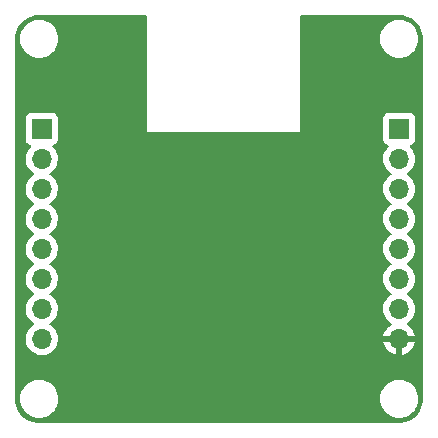
<source format=gbr>
%TF.GenerationSoftware,KiCad,Pcbnew,(6.0.7-1)-1*%
%TF.CreationDate,2023-02-09T22:12:40-08:00*%
%TF.ProjectId,MiniProject,4d696e69-5072-46f6-9a65-63742e6b6963,rev?*%
%TF.SameCoordinates,Original*%
%TF.FileFunction,Copper,L2,Bot*%
%TF.FilePolarity,Positive*%
%FSLAX46Y46*%
G04 Gerber Fmt 4.6, Leading zero omitted, Abs format (unit mm)*
G04 Created by KiCad (PCBNEW (6.0.7-1)-1) date 2023-02-09 22:12:40*
%MOMM*%
%LPD*%
G01*
G04 APERTURE LIST*
%TA.AperFunction,ComponentPad*%
%ADD10R,1.700000X1.700000*%
%TD*%
%TA.AperFunction,ComponentPad*%
%ADD11O,1.700000X1.700000*%
%TD*%
%TA.AperFunction,ViaPad*%
%ADD12C,0.800000*%
%TD*%
G04 APERTURE END LIST*
D10*
%TO.P,J1,1,Pin_1*%
%TO.N,/IRQ*%
X175260000Y-99060000D03*
D11*
%TO.P,J1,2,Pin_2*%
%TO.N,/SPICLK_Arduino*%
X175260000Y-101600000D03*
%TO.P,J1,3,Pin_3*%
%TO.N,/SPIMISO_Arduino*%
X175260000Y-104140000D03*
%TO.P,J1,4,Pin_4*%
%TO.N,/SPIMOSI_Arduino*%
X175260000Y-106680000D03*
%TO.P,J1,5,Pin_5*%
%TO.N,/SPICSn_Arduino*%
X175260000Y-109220000D03*
%TO.P,J1,6,Pin_6*%
%TO.N,/GPIO0*%
X175260000Y-111760000D03*
%TO.P,J1,7,Pin_7*%
%TO.N,/GPIO1*%
X175260000Y-114300000D03*
%TO.P,J1,8,Pin_8*%
%TO.N,GND*%
X175260000Y-116840000D03*
%TD*%
D10*
%TO.P,J0,1,Pin_1*%
%TO.N,/EXTON*%
X145000000Y-99060000D03*
D11*
%TO.P,J0,2,Pin_2*%
%TO.N,/WAKEUP*%
X145000000Y-101600000D03*
%TO.P,J0,3,Pin_3*%
%TO.N,/RST*%
X145000000Y-104140000D03*
%TO.P,J0,4,Pin_4*%
%TO.N,/SYNC*%
X145000000Y-106680000D03*
%TO.P,J0,5,Pin_5*%
%TO.N,+3.3V*%
X145000000Y-109220000D03*
%TO.P,J0,6,Pin_6*%
%TO.N,/SPIPHA*%
X145000000Y-111760000D03*
%TO.P,J0,7,Pin_7*%
%TO.N,/SPIPOL*%
X145000000Y-114300000D03*
%TO.P,J0,8,Pin_8*%
%TO.N,/GPIO4*%
X145000000Y-116840000D03*
%TD*%
D12*
%TO.N,GND*%
X164592000Y-104140000D03*
X157988000Y-120396000D03*
X167640000Y-112014000D03*
X164592000Y-99949000D03*
X162687000Y-120396000D03*
X149860000Y-111252000D03*
%TD*%
%TA.AperFunction,Conductor*%
%TO.N,GND*%
G36*
X153837121Y-89428502D02*
G01*
X153883614Y-89482158D01*
X153895000Y-89534500D01*
X153895000Y-99295000D01*
X166895000Y-99295000D01*
X166895000Y-91440000D01*
X173646526Y-91440000D01*
X173666391Y-91692403D01*
X173725495Y-91938591D01*
X173822384Y-92172502D01*
X173954672Y-92388376D01*
X174119102Y-92580898D01*
X174311624Y-92745328D01*
X174527498Y-92877616D01*
X174532068Y-92879509D01*
X174532072Y-92879511D01*
X174756836Y-92972611D01*
X174761409Y-92974505D01*
X174846032Y-92994821D01*
X175002784Y-93032454D01*
X175002790Y-93032455D01*
X175007597Y-93033609D01*
X175107416Y-93041465D01*
X175194345Y-93048307D01*
X175194352Y-93048307D01*
X175196801Y-93048500D01*
X175323199Y-93048500D01*
X175325648Y-93048307D01*
X175325655Y-93048307D01*
X175412584Y-93041465D01*
X175512403Y-93033609D01*
X175517210Y-93032455D01*
X175517216Y-93032454D01*
X175673968Y-92994821D01*
X175758591Y-92974505D01*
X175763164Y-92972611D01*
X175987928Y-92879511D01*
X175987932Y-92879509D01*
X175992502Y-92877616D01*
X176208376Y-92745328D01*
X176400898Y-92580898D01*
X176565328Y-92388376D01*
X176697616Y-92172502D01*
X176794505Y-91938591D01*
X176853609Y-91692403D01*
X176873474Y-91440000D01*
X176853609Y-91187597D01*
X176850546Y-91174836D01*
X176795660Y-90946221D01*
X176794505Y-90941409D01*
X176786593Y-90922307D01*
X176699511Y-90712072D01*
X176699509Y-90712068D01*
X176697616Y-90707498D01*
X176565328Y-90491624D01*
X176400898Y-90299102D01*
X176208376Y-90134672D01*
X175992502Y-90002384D01*
X175987932Y-90000491D01*
X175987928Y-90000489D01*
X175763164Y-89907389D01*
X175763162Y-89907388D01*
X175758591Y-89905495D01*
X175673968Y-89885179D01*
X175517216Y-89847546D01*
X175517210Y-89847545D01*
X175512403Y-89846391D01*
X175412584Y-89838535D01*
X175325655Y-89831693D01*
X175325648Y-89831693D01*
X175323199Y-89831500D01*
X175196801Y-89831500D01*
X175194352Y-89831693D01*
X175194345Y-89831693D01*
X175107416Y-89838535D01*
X175007597Y-89846391D01*
X175002790Y-89847545D01*
X175002784Y-89847546D01*
X174846032Y-89885179D01*
X174761409Y-89905495D01*
X174756838Y-89907388D01*
X174756836Y-89907389D01*
X174532072Y-90000489D01*
X174532068Y-90000491D01*
X174527498Y-90002384D01*
X174311624Y-90134672D01*
X174119102Y-90299102D01*
X173954672Y-90491624D01*
X173822384Y-90707498D01*
X173820491Y-90712068D01*
X173820489Y-90712072D01*
X173733407Y-90922307D01*
X173725495Y-90941409D01*
X173724340Y-90946221D01*
X173669455Y-91174836D01*
X173666391Y-91187597D01*
X173646526Y-91440000D01*
X166895000Y-91440000D01*
X166895000Y-89534500D01*
X166915002Y-89466379D01*
X166968658Y-89419886D01*
X167021000Y-89408500D01*
X175210633Y-89408500D01*
X175230018Y-89410000D01*
X175244851Y-89412310D01*
X175244855Y-89412310D01*
X175253724Y-89413691D01*
X175262626Y-89412527D01*
X175262629Y-89412527D01*
X175270012Y-89411561D01*
X175294591Y-89410767D01*
X175321442Y-89412527D01*
X175516922Y-89425340D01*
X175533262Y-89427491D01*
X175655478Y-89451801D01*
X175777696Y-89476112D01*
X175793606Y-89480375D01*
X176029600Y-89560484D01*
X176044826Y-89566791D01*
X176268342Y-89677016D01*
X176282616Y-89685257D01*
X176489829Y-89823713D01*
X176502905Y-89833746D01*
X176690278Y-89998068D01*
X176701932Y-90009722D01*
X176866254Y-90197095D01*
X176876287Y-90210171D01*
X177014743Y-90417384D01*
X177022984Y-90431658D01*
X177133209Y-90655174D01*
X177139515Y-90670398D01*
X177219625Y-90906394D01*
X177223888Y-90922304D01*
X177228646Y-90946221D01*
X177272509Y-91166738D01*
X177274660Y-91183078D01*
X177288763Y-91398236D01*
X177287733Y-91421350D01*
X177287690Y-91424854D01*
X177286309Y-91433724D01*
X177287473Y-91442626D01*
X177287473Y-91442628D01*
X177290436Y-91465283D01*
X177291500Y-91481621D01*
X177291500Y-121870633D01*
X177290000Y-121890018D01*
X177287690Y-121904851D01*
X177287690Y-121904855D01*
X177286309Y-121913724D01*
X177287473Y-121922626D01*
X177287473Y-121922629D01*
X177288439Y-121930012D01*
X177289233Y-121954591D01*
X177274660Y-122176922D01*
X177272509Y-122193262D01*
X177227689Y-122418591D01*
X177223889Y-122437693D01*
X177219625Y-122453606D01*
X177139516Y-122689600D01*
X177133209Y-122704826D01*
X177022984Y-122928342D01*
X177014743Y-122942616D01*
X176876287Y-123149829D01*
X176866254Y-123162905D01*
X176701932Y-123350278D01*
X176690278Y-123361932D01*
X176502905Y-123526254D01*
X176489829Y-123536287D01*
X176282616Y-123674743D01*
X176268342Y-123682984D01*
X176044826Y-123793209D01*
X176029602Y-123799515D01*
X175793606Y-123879625D01*
X175777696Y-123883888D01*
X175655477Y-123908199D01*
X175533262Y-123932509D01*
X175516922Y-123934660D01*
X175368134Y-123944413D01*
X175301763Y-123948763D01*
X175278650Y-123947733D01*
X175275146Y-123947690D01*
X175266276Y-123946309D01*
X175257374Y-123947473D01*
X175257372Y-123947473D01*
X175243915Y-123949233D01*
X175234714Y-123950436D01*
X175218379Y-123951500D01*
X144829367Y-123951500D01*
X144809982Y-123950000D01*
X144795149Y-123947690D01*
X144795145Y-123947690D01*
X144786276Y-123946309D01*
X144777374Y-123947473D01*
X144777371Y-123947473D01*
X144769988Y-123948439D01*
X144745409Y-123949233D01*
X144700799Y-123946309D01*
X144523078Y-123934660D01*
X144506738Y-123932509D01*
X144384523Y-123908199D01*
X144262304Y-123883888D01*
X144246394Y-123879625D01*
X144010398Y-123799515D01*
X143995174Y-123793209D01*
X143771658Y-123682984D01*
X143757384Y-123674743D01*
X143550171Y-123536287D01*
X143537095Y-123526254D01*
X143349722Y-123361932D01*
X143338068Y-123350278D01*
X143173746Y-123162905D01*
X143163713Y-123149829D01*
X143025257Y-122942616D01*
X143017016Y-122928342D01*
X142906791Y-122704826D01*
X142900484Y-122689600D01*
X142820375Y-122453606D01*
X142816111Y-122437693D01*
X142812312Y-122418591D01*
X142767491Y-122193262D01*
X142765340Y-122176922D01*
X142751476Y-121965407D01*
X142752650Y-121942232D01*
X142752334Y-121942204D01*
X142752770Y-121937344D01*
X142753576Y-121932552D01*
X142753729Y-121920000D01*
X143166526Y-121920000D01*
X143186391Y-122172403D01*
X143187545Y-122177210D01*
X143187546Y-122177216D01*
X143202401Y-122239092D01*
X143245495Y-122418591D01*
X143247388Y-122423162D01*
X143247389Y-122423164D01*
X143301869Y-122554689D01*
X143342384Y-122652502D01*
X143474672Y-122868376D01*
X143639102Y-123060898D01*
X143831624Y-123225328D01*
X144047498Y-123357616D01*
X144052068Y-123359509D01*
X144052072Y-123359511D01*
X144276836Y-123452611D01*
X144281409Y-123454505D01*
X144366032Y-123474821D01*
X144522784Y-123512454D01*
X144522790Y-123512455D01*
X144527597Y-123513609D01*
X144627416Y-123521465D01*
X144714345Y-123528307D01*
X144714352Y-123528307D01*
X144716801Y-123528500D01*
X144843199Y-123528500D01*
X144845648Y-123528307D01*
X144845655Y-123528307D01*
X144932584Y-123521465D01*
X145032403Y-123513609D01*
X145037210Y-123512455D01*
X145037216Y-123512454D01*
X145193968Y-123474821D01*
X145278591Y-123454505D01*
X145283164Y-123452611D01*
X145507928Y-123359511D01*
X145507932Y-123359509D01*
X145512502Y-123357616D01*
X145728376Y-123225328D01*
X145920898Y-123060898D01*
X146085328Y-122868376D01*
X146217616Y-122652502D01*
X146258132Y-122554689D01*
X146312611Y-122423164D01*
X146312612Y-122423162D01*
X146314505Y-122418591D01*
X146357599Y-122239092D01*
X146372454Y-122177216D01*
X146372455Y-122177210D01*
X146373609Y-122172403D01*
X146393474Y-121920000D01*
X173646526Y-121920000D01*
X173666391Y-122172403D01*
X173667545Y-122177210D01*
X173667546Y-122177216D01*
X173682401Y-122239092D01*
X173725495Y-122418591D01*
X173727388Y-122423162D01*
X173727389Y-122423164D01*
X173781869Y-122554689D01*
X173822384Y-122652502D01*
X173954672Y-122868376D01*
X174119102Y-123060898D01*
X174311624Y-123225328D01*
X174527498Y-123357616D01*
X174532068Y-123359509D01*
X174532072Y-123359511D01*
X174756836Y-123452611D01*
X174761409Y-123454505D01*
X174846032Y-123474821D01*
X175002784Y-123512454D01*
X175002790Y-123512455D01*
X175007597Y-123513609D01*
X175107416Y-123521465D01*
X175194345Y-123528307D01*
X175194352Y-123528307D01*
X175196801Y-123528500D01*
X175323199Y-123528500D01*
X175325648Y-123528307D01*
X175325655Y-123528307D01*
X175412584Y-123521465D01*
X175512403Y-123513609D01*
X175517210Y-123512455D01*
X175517216Y-123512454D01*
X175673968Y-123474821D01*
X175758591Y-123454505D01*
X175763164Y-123452611D01*
X175987928Y-123359511D01*
X175987932Y-123359509D01*
X175992502Y-123357616D01*
X176208376Y-123225328D01*
X176400898Y-123060898D01*
X176565328Y-122868376D01*
X176697616Y-122652502D01*
X176738132Y-122554689D01*
X176792611Y-122423164D01*
X176792612Y-122423162D01*
X176794505Y-122418591D01*
X176837599Y-122239092D01*
X176852454Y-122177216D01*
X176852455Y-122177210D01*
X176853609Y-122172403D01*
X176873474Y-121920000D01*
X176853609Y-121667597D01*
X176794505Y-121421409D01*
X176697616Y-121187498D01*
X176565328Y-120971624D01*
X176400898Y-120779102D01*
X176208376Y-120614672D01*
X175992502Y-120482384D01*
X175987932Y-120480491D01*
X175987928Y-120480489D01*
X175763164Y-120387389D01*
X175763162Y-120387388D01*
X175758591Y-120385495D01*
X175673968Y-120365179D01*
X175517216Y-120327546D01*
X175517210Y-120327545D01*
X175512403Y-120326391D01*
X175412584Y-120318535D01*
X175325655Y-120311693D01*
X175325648Y-120311693D01*
X175323199Y-120311500D01*
X175196801Y-120311500D01*
X175194352Y-120311693D01*
X175194345Y-120311693D01*
X175107416Y-120318535D01*
X175007597Y-120326391D01*
X175002790Y-120327545D01*
X175002784Y-120327546D01*
X174846032Y-120365179D01*
X174761409Y-120385495D01*
X174756838Y-120387388D01*
X174756836Y-120387389D01*
X174532072Y-120480489D01*
X174532068Y-120480491D01*
X174527498Y-120482384D01*
X174311624Y-120614672D01*
X174119102Y-120779102D01*
X173954672Y-120971624D01*
X173822384Y-121187498D01*
X173725495Y-121421409D01*
X173666391Y-121667597D01*
X173646526Y-121920000D01*
X146393474Y-121920000D01*
X146373609Y-121667597D01*
X146314505Y-121421409D01*
X146217616Y-121187498D01*
X146085328Y-120971624D01*
X145920898Y-120779102D01*
X145728376Y-120614672D01*
X145512502Y-120482384D01*
X145507932Y-120480491D01*
X145507928Y-120480489D01*
X145283164Y-120387389D01*
X145283162Y-120387388D01*
X145278591Y-120385495D01*
X145193968Y-120365179D01*
X145037216Y-120327546D01*
X145037210Y-120327545D01*
X145032403Y-120326391D01*
X144932584Y-120318535D01*
X144845655Y-120311693D01*
X144845648Y-120311693D01*
X144843199Y-120311500D01*
X144716801Y-120311500D01*
X144714352Y-120311693D01*
X144714345Y-120311693D01*
X144627416Y-120318535D01*
X144527597Y-120326391D01*
X144522790Y-120327545D01*
X144522784Y-120327546D01*
X144366032Y-120365179D01*
X144281409Y-120385495D01*
X144276838Y-120387388D01*
X144276836Y-120387389D01*
X144052072Y-120480489D01*
X144052068Y-120480491D01*
X144047498Y-120482384D01*
X143831624Y-120614672D01*
X143639102Y-120779102D01*
X143474672Y-120971624D01*
X143342384Y-121187498D01*
X143245495Y-121421409D01*
X143186391Y-121667597D01*
X143166526Y-121920000D01*
X142753729Y-121920000D01*
X142749773Y-121892376D01*
X142748500Y-121874514D01*
X142748500Y-116806695D01*
X143637251Y-116806695D01*
X143637548Y-116811848D01*
X143637548Y-116811851D01*
X143643011Y-116906590D01*
X143650110Y-117029715D01*
X143651247Y-117034761D01*
X143651248Y-117034767D01*
X143665449Y-117097778D01*
X143699222Y-117247639D01*
X143783266Y-117454616D01*
X143899987Y-117645088D01*
X144046250Y-117813938D01*
X144218126Y-117956632D01*
X144411000Y-118069338D01*
X144619692Y-118149030D01*
X144624760Y-118150061D01*
X144624763Y-118150062D01*
X144719862Y-118169410D01*
X144838597Y-118193567D01*
X144843772Y-118193757D01*
X144843774Y-118193757D01*
X145056673Y-118201564D01*
X145056677Y-118201564D01*
X145061837Y-118201753D01*
X145066957Y-118201097D01*
X145066959Y-118201097D01*
X145278288Y-118174025D01*
X145278289Y-118174025D01*
X145283416Y-118173368D01*
X145288366Y-118171883D01*
X145492429Y-118110661D01*
X145492434Y-118110659D01*
X145497384Y-118109174D01*
X145697994Y-118010896D01*
X145879860Y-117881173D01*
X146038096Y-117723489D01*
X146097594Y-117640689D01*
X146165435Y-117546277D01*
X146168453Y-117542077D01*
X146267430Y-117341811D01*
X146332370Y-117128069D01*
X146335017Y-117107966D01*
X173928257Y-117107966D01*
X173958565Y-117242446D01*
X173961645Y-117252275D01*
X174041770Y-117449603D01*
X174046413Y-117458794D01*
X174157694Y-117640388D01*
X174163777Y-117648699D01*
X174303213Y-117809667D01*
X174310580Y-117816883D01*
X174474434Y-117952916D01*
X174482881Y-117958831D01*
X174666756Y-118066279D01*
X174676042Y-118070729D01*
X174875001Y-118146703D01*
X174884899Y-118149579D01*
X174988250Y-118170606D01*
X175002299Y-118169410D01*
X175006000Y-118159065D01*
X175006000Y-118158517D01*
X175514000Y-118158517D01*
X175518064Y-118172359D01*
X175531478Y-118174393D01*
X175538184Y-118173534D01*
X175548262Y-118171392D01*
X175752255Y-118110191D01*
X175761842Y-118106433D01*
X175953095Y-118012739D01*
X175961945Y-118007464D01*
X176135328Y-117883792D01*
X176143200Y-117877139D01*
X176294052Y-117726812D01*
X176300730Y-117718965D01*
X176425003Y-117546020D01*
X176430313Y-117537183D01*
X176524670Y-117346267D01*
X176528469Y-117336672D01*
X176590377Y-117132910D01*
X176592555Y-117122837D01*
X176593986Y-117111962D01*
X176591775Y-117097778D01*
X176578617Y-117094000D01*
X175532115Y-117094000D01*
X175516876Y-117098475D01*
X175515671Y-117099865D01*
X175514000Y-117107548D01*
X175514000Y-118158517D01*
X175006000Y-118158517D01*
X175006000Y-117112115D01*
X175001525Y-117096876D01*
X175000135Y-117095671D01*
X174992452Y-117094000D01*
X173943225Y-117094000D01*
X173929694Y-117097973D01*
X173928257Y-117107966D01*
X146335017Y-117107966D01*
X146361529Y-116906590D01*
X146363156Y-116840000D01*
X146344852Y-116617361D01*
X146290431Y-116400702D01*
X146201354Y-116195840D01*
X146080014Y-116008277D01*
X145929670Y-115843051D01*
X145925619Y-115839852D01*
X145925615Y-115839848D01*
X145758414Y-115707800D01*
X145758410Y-115707798D01*
X145754359Y-115704598D01*
X145713053Y-115681796D01*
X145663084Y-115631364D01*
X145648312Y-115561921D01*
X145673428Y-115495516D01*
X145700780Y-115468909D01*
X145744603Y-115437650D01*
X145879860Y-115341173D01*
X146038096Y-115183489D01*
X146097594Y-115100689D01*
X146165435Y-115006277D01*
X146168453Y-115002077D01*
X146267430Y-114801811D01*
X146332370Y-114588069D01*
X146361529Y-114366590D01*
X146363156Y-114300000D01*
X146360418Y-114266695D01*
X173897251Y-114266695D01*
X173897548Y-114271848D01*
X173897548Y-114271851D01*
X173903011Y-114366590D01*
X173910110Y-114489715D01*
X173911247Y-114494761D01*
X173911248Y-114494767D01*
X173931119Y-114582939D01*
X173959222Y-114707639D01*
X174043266Y-114914616D01*
X174159987Y-115105088D01*
X174306250Y-115273938D01*
X174478126Y-115416632D01*
X174551445Y-115459476D01*
X174551955Y-115459774D01*
X174600679Y-115511412D01*
X174613750Y-115581195D01*
X174587019Y-115646967D01*
X174546562Y-115680327D01*
X174538457Y-115684546D01*
X174529738Y-115690036D01*
X174359433Y-115817905D01*
X174351726Y-115824748D01*
X174204590Y-115978717D01*
X174198104Y-115986727D01*
X174078098Y-116162649D01*
X174073000Y-116171623D01*
X173983338Y-116364783D01*
X173979775Y-116374470D01*
X173924389Y-116574183D01*
X173925912Y-116582607D01*
X173938292Y-116586000D01*
X176578344Y-116586000D01*
X176591875Y-116582027D01*
X176593180Y-116572947D01*
X176551214Y-116405875D01*
X176547894Y-116396124D01*
X176462972Y-116200814D01*
X176458105Y-116191739D01*
X176342426Y-116012926D01*
X176336136Y-116004757D01*
X176192806Y-115847240D01*
X176185273Y-115840215D01*
X176018139Y-115708222D01*
X176009556Y-115702520D01*
X175972602Y-115682120D01*
X175922631Y-115631687D01*
X175907859Y-115562245D01*
X175932975Y-115495839D01*
X175960327Y-115469232D01*
X175983797Y-115452491D01*
X176139860Y-115341173D01*
X176298096Y-115183489D01*
X176357594Y-115100689D01*
X176425435Y-115006277D01*
X176428453Y-115002077D01*
X176527430Y-114801811D01*
X176592370Y-114588069D01*
X176621529Y-114366590D01*
X176623156Y-114300000D01*
X176604852Y-114077361D01*
X176550431Y-113860702D01*
X176461354Y-113655840D01*
X176340014Y-113468277D01*
X176189670Y-113303051D01*
X176185619Y-113299852D01*
X176185615Y-113299848D01*
X176018414Y-113167800D01*
X176018410Y-113167798D01*
X176014359Y-113164598D01*
X175973053Y-113141796D01*
X175923084Y-113091364D01*
X175908312Y-113021921D01*
X175933428Y-112955516D01*
X175960780Y-112928909D01*
X176004603Y-112897650D01*
X176139860Y-112801173D01*
X176298096Y-112643489D01*
X176357594Y-112560689D01*
X176425435Y-112466277D01*
X176428453Y-112462077D01*
X176527430Y-112261811D01*
X176592370Y-112048069D01*
X176621529Y-111826590D01*
X176623156Y-111760000D01*
X176604852Y-111537361D01*
X176550431Y-111320702D01*
X176461354Y-111115840D01*
X176340014Y-110928277D01*
X176189670Y-110763051D01*
X176185619Y-110759852D01*
X176185615Y-110759848D01*
X176018414Y-110627800D01*
X176018410Y-110627798D01*
X176014359Y-110624598D01*
X175973053Y-110601796D01*
X175923084Y-110551364D01*
X175908312Y-110481921D01*
X175933428Y-110415516D01*
X175960780Y-110388909D01*
X176004603Y-110357650D01*
X176139860Y-110261173D01*
X176298096Y-110103489D01*
X176357594Y-110020689D01*
X176425435Y-109926277D01*
X176428453Y-109922077D01*
X176527430Y-109721811D01*
X176592370Y-109508069D01*
X176621529Y-109286590D01*
X176623156Y-109220000D01*
X176604852Y-108997361D01*
X176550431Y-108780702D01*
X176461354Y-108575840D01*
X176340014Y-108388277D01*
X176189670Y-108223051D01*
X176185619Y-108219852D01*
X176185615Y-108219848D01*
X176018414Y-108087800D01*
X176018410Y-108087798D01*
X176014359Y-108084598D01*
X175973053Y-108061796D01*
X175923084Y-108011364D01*
X175908312Y-107941921D01*
X175933428Y-107875516D01*
X175960780Y-107848909D01*
X176004603Y-107817650D01*
X176139860Y-107721173D01*
X176298096Y-107563489D01*
X176357594Y-107480689D01*
X176425435Y-107386277D01*
X176428453Y-107382077D01*
X176527430Y-107181811D01*
X176592370Y-106968069D01*
X176621529Y-106746590D01*
X176623156Y-106680000D01*
X176604852Y-106457361D01*
X176550431Y-106240702D01*
X176461354Y-106035840D01*
X176340014Y-105848277D01*
X176189670Y-105683051D01*
X176185619Y-105679852D01*
X176185615Y-105679848D01*
X176018414Y-105547800D01*
X176018410Y-105547798D01*
X176014359Y-105544598D01*
X175973053Y-105521796D01*
X175923084Y-105471364D01*
X175908312Y-105401921D01*
X175933428Y-105335516D01*
X175960780Y-105308909D01*
X176004603Y-105277650D01*
X176139860Y-105181173D01*
X176298096Y-105023489D01*
X176357594Y-104940689D01*
X176425435Y-104846277D01*
X176428453Y-104842077D01*
X176527430Y-104641811D01*
X176592370Y-104428069D01*
X176621529Y-104206590D01*
X176623156Y-104140000D01*
X176604852Y-103917361D01*
X176550431Y-103700702D01*
X176461354Y-103495840D01*
X176340014Y-103308277D01*
X176189670Y-103143051D01*
X176185619Y-103139852D01*
X176185615Y-103139848D01*
X176018414Y-103007800D01*
X176018410Y-103007798D01*
X176014359Y-103004598D01*
X175973053Y-102981796D01*
X175923084Y-102931364D01*
X175908312Y-102861921D01*
X175933428Y-102795516D01*
X175960780Y-102768909D01*
X176004603Y-102737650D01*
X176139860Y-102641173D01*
X176298096Y-102483489D01*
X176357594Y-102400689D01*
X176425435Y-102306277D01*
X176428453Y-102302077D01*
X176527430Y-102101811D01*
X176592370Y-101888069D01*
X176621529Y-101666590D01*
X176623156Y-101600000D01*
X176604852Y-101377361D01*
X176550431Y-101160702D01*
X176461354Y-100955840D01*
X176340014Y-100768277D01*
X176336532Y-100764450D01*
X176192798Y-100606488D01*
X176161746Y-100542642D01*
X176170141Y-100472143D01*
X176215317Y-100417375D01*
X176241761Y-100403706D01*
X176348297Y-100363767D01*
X176356705Y-100360615D01*
X176473261Y-100273261D01*
X176560615Y-100156705D01*
X176611745Y-100020316D01*
X176618500Y-99958134D01*
X176618500Y-98161866D01*
X176611745Y-98099684D01*
X176560615Y-97963295D01*
X176473261Y-97846739D01*
X176356705Y-97759385D01*
X176220316Y-97708255D01*
X176158134Y-97701500D01*
X174361866Y-97701500D01*
X174299684Y-97708255D01*
X174163295Y-97759385D01*
X174046739Y-97846739D01*
X173959385Y-97963295D01*
X173908255Y-98099684D01*
X173901500Y-98161866D01*
X173901500Y-99958134D01*
X173908255Y-100020316D01*
X173959385Y-100156705D01*
X174046739Y-100273261D01*
X174163295Y-100360615D01*
X174171704Y-100363767D01*
X174171705Y-100363768D01*
X174280451Y-100404535D01*
X174337216Y-100447176D01*
X174361916Y-100513738D01*
X174346709Y-100583087D01*
X174327316Y-100609568D01*
X174200629Y-100742138D01*
X174074743Y-100926680D01*
X173980688Y-101129305D01*
X173920989Y-101344570D01*
X173897251Y-101566695D01*
X173897548Y-101571848D01*
X173897548Y-101571851D01*
X173903011Y-101666590D01*
X173910110Y-101789715D01*
X173911247Y-101794761D01*
X173911248Y-101794767D01*
X173931119Y-101882939D01*
X173959222Y-102007639D01*
X174043266Y-102214616D01*
X174159987Y-102405088D01*
X174306250Y-102573938D01*
X174478126Y-102716632D01*
X174548595Y-102757811D01*
X174551445Y-102759476D01*
X174600169Y-102811114D01*
X174613240Y-102880897D01*
X174586509Y-102946669D01*
X174546055Y-102980027D01*
X174533607Y-102986507D01*
X174529474Y-102989610D01*
X174529471Y-102989612D01*
X174505247Y-103007800D01*
X174354965Y-103120635D01*
X174200629Y-103282138D01*
X174074743Y-103466680D01*
X173980688Y-103669305D01*
X173920989Y-103884570D01*
X173897251Y-104106695D01*
X173897548Y-104111848D01*
X173897548Y-104111851D01*
X173903011Y-104206590D01*
X173910110Y-104329715D01*
X173911247Y-104334761D01*
X173911248Y-104334767D01*
X173931119Y-104422939D01*
X173959222Y-104547639D01*
X174043266Y-104754616D01*
X174159987Y-104945088D01*
X174306250Y-105113938D01*
X174478126Y-105256632D01*
X174548595Y-105297811D01*
X174551445Y-105299476D01*
X174600169Y-105351114D01*
X174613240Y-105420897D01*
X174586509Y-105486669D01*
X174546055Y-105520027D01*
X174533607Y-105526507D01*
X174529474Y-105529610D01*
X174529471Y-105529612D01*
X174505247Y-105547800D01*
X174354965Y-105660635D01*
X174200629Y-105822138D01*
X174074743Y-106006680D01*
X173980688Y-106209305D01*
X173920989Y-106424570D01*
X173897251Y-106646695D01*
X173897548Y-106651848D01*
X173897548Y-106651851D01*
X173903011Y-106746590D01*
X173910110Y-106869715D01*
X173911247Y-106874761D01*
X173911248Y-106874767D01*
X173931119Y-106962939D01*
X173959222Y-107087639D01*
X174043266Y-107294616D01*
X174159987Y-107485088D01*
X174306250Y-107653938D01*
X174478126Y-107796632D01*
X174548595Y-107837811D01*
X174551445Y-107839476D01*
X174600169Y-107891114D01*
X174613240Y-107960897D01*
X174586509Y-108026669D01*
X174546055Y-108060027D01*
X174533607Y-108066507D01*
X174529474Y-108069610D01*
X174529471Y-108069612D01*
X174505247Y-108087800D01*
X174354965Y-108200635D01*
X174200629Y-108362138D01*
X174074743Y-108546680D01*
X173980688Y-108749305D01*
X173920989Y-108964570D01*
X173897251Y-109186695D01*
X173897548Y-109191848D01*
X173897548Y-109191851D01*
X173903011Y-109286590D01*
X173910110Y-109409715D01*
X173911247Y-109414761D01*
X173911248Y-109414767D01*
X173931119Y-109502939D01*
X173959222Y-109627639D01*
X174043266Y-109834616D01*
X174159987Y-110025088D01*
X174306250Y-110193938D01*
X174478126Y-110336632D01*
X174548595Y-110377811D01*
X174551445Y-110379476D01*
X174600169Y-110431114D01*
X174613240Y-110500897D01*
X174586509Y-110566669D01*
X174546055Y-110600027D01*
X174533607Y-110606507D01*
X174529474Y-110609610D01*
X174529471Y-110609612D01*
X174505247Y-110627800D01*
X174354965Y-110740635D01*
X174200629Y-110902138D01*
X174074743Y-111086680D01*
X173980688Y-111289305D01*
X173920989Y-111504570D01*
X173897251Y-111726695D01*
X173897548Y-111731848D01*
X173897548Y-111731851D01*
X173903011Y-111826590D01*
X173910110Y-111949715D01*
X173911247Y-111954761D01*
X173911248Y-111954767D01*
X173931119Y-112042939D01*
X173959222Y-112167639D01*
X174043266Y-112374616D01*
X174159987Y-112565088D01*
X174306250Y-112733938D01*
X174478126Y-112876632D01*
X174548595Y-112917811D01*
X174551445Y-112919476D01*
X174600169Y-112971114D01*
X174613240Y-113040897D01*
X174586509Y-113106669D01*
X174546055Y-113140027D01*
X174533607Y-113146507D01*
X174529474Y-113149610D01*
X174529471Y-113149612D01*
X174505247Y-113167800D01*
X174354965Y-113280635D01*
X174200629Y-113442138D01*
X174074743Y-113626680D01*
X173980688Y-113829305D01*
X173920989Y-114044570D01*
X173897251Y-114266695D01*
X146360418Y-114266695D01*
X146344852Y-114077361D01*
X146290431Y-113860702D01*
X146201354Y-113655840D01*
X146080014Y-113468277D01*
X145929670Y-113303051D01*
X145925619Y-113299852D01*
X145925615Y-113299848D01*
X145758414Y-113167800D01*
X145758410Y-113167798D01*
X145754359Y-113164598D01*
X145713053Y-113141796D01*
X145663084Y-113091364D01*
X145648312Y-113021921D01*
X145673428Y-112955516D01*
X145700780Y-112928909D01*
X145744603Y-112897650D01*
X145879860Y-112801173D01*
X146038096Y-112643489D01*
X146097594Y-112560689D01*
X146165435Y-112466277D01*
X146168453Y-112462077D01*
X146267430Y-112261811D01*
X146332370Y-112048069D01*
X146361529Y-111826590D01*
X146363156Y-111760000D01*
X146344852Y-111537361D01*
X146290431Y-111320702D01*
X146201354Y-111115840D01*
X146080014Y-110928277D01*
X145929670Y-110763051D01*
X145925619Y-110759852D01*
X145925615Y-110759848D01*
X145758414Y-110627800D01*
X145758410Y-110627798D01*
X145754359Y-110624598D01*
X145713053Y-110601796D01*
X145663084Y-110551364D01*
X145648312Y-110481921D01*
X145673428Y-110415516D01*
X145700780Y-110388909D01*
X145744603Y-110357650D01*
X145879860Y-110261173D01*
X146038096Y-110103489D01*
X146097594Y-110020689D01*
X146165435Y-109926277D01*
X146168453Y-109922077D01*
X146267430Y-109721811D01*
X146332370Y-109508069D01*
X146361529Y-109286590D01*
X146363156Y-109220000D01*
X146344852Y-108997361D01*
X146290431Y-108780702D01*
X146201354Y-108575840D01*
X146080014Y-108388277D01*
X145929670Y-108223051D01*
X145925619Y-108219852D01*
X145925615Y-108219848D01*
X145758414Y-108087800D01*
X145758410Y-108087798D01*
X145754359Y-108084598D01*
X145713053Y-108061796D01*
X145663084Y-108011364D01*
X145648312Y-107941921D01*
X145673428Y-107875516D01*
X145700780Y-107848909D01*
X145744603Y-107817650D01*
X145879860Y-107721173D01*
X146038096Y-107563489D01*
X146097594Y-107480689D01*
X146165435Y-107386277D01*
X146168453Y-107382077D01*
X146267430Y-107181811D01*
X146332370Y-106968069D01*
X146361529Y-106746590D01*
X146363156Y-106680000D01*
X146344852Y-106457361D01*
X146290431Y-106240702D01*
X146201354Y-106035840D01*
X146080014Y-105848277D01*
X145929670Y-105683051D01*
X145925619Y-105679852D01*
X145925615Y-105679848D01*
X145758414Y-105547800D01*
X145758410Y-105547798D01*
X145754359Y-105544598D01*
X145713053Y-105521796D01*
X145663084Y-105471364D01*
X145648312Y-105401921D01*
X145673428Y-105335516D01*
X145700780Y-105308909D01*
X145744603Y-105277650D01*
X145879860Y-105181173D01*
X146038096Y-105023489D01*
X146097594Y-104940689D01*
X146165435Y-104846277D01*
X146168453Y-104842077D01*
X146267430Y-104641811D01*
X146332370Y-104428069D01*
X146361529Y-104206590D01*
X146363156Y-104140000D01*
X146344852Y-103917361D01*
X146290431Y-103700702D01*
X146201354Y-103495840D01*
X146080014Y-103308277D01*
X145929670Y-103143051D01*
X145925619Y-103139852D01*
X145925615Y-103139848D01*
X145758414Y-103007800D01*
X145758410Y-103007798D01*
X145754359Y-103004598D01*
X145713053Y-102981796D01*
X145663084Y-102931364D01*
X145648312Y-102861921D01*
X145673428Y-102795516D01*
X145700780Y-102768909D01*
X145744603Y-102737650D01*
X145879860Y-102641173D01*
X146038096Y-102483489D01*
X146097594Y-102400689D01*
X146165435Y-102306277D01*
X146168453Y-102302077D01*
X146267430Y-102101811D01*
X146332370Y-101888069D01*
X146361529Y-101666590D01*
X146363156Y-101600000D01*
X146344852Y-101377361D01*
X146290431Y-101160702D01*
X146201354Y-100955840D01*
X146080014Y-100768277D01*
X146076532Y-100764450D01*
X145932798Y-100606488D01*
X145901746Y-100542642D01*
X145910141Y-100472143D01*
X145955317Y-100417375D01*
X145981761Y-100403706D01*
X146088297Y-100363767D01*
X146096705Y-100360615D01*
X146213261Y-100273261D01*
X146300615Y-100156705D01*
X146351745Y-100020316D01*
X146358500Y-99958134D01*
X146358500Y-98161866D01*
X146351745Y-98099684D01*
X146300615Y-97963295D01*
X146213261Y-97846739D01*
X146096705Y-97759385D01*
X145960316Y-97708255D01*
X145898134Y-97701500D01*
X144101866Y-97701500D01*
X144039684Y-97708255D01*
X143903295Y-97759385D01*
X143786739Y-97846739D01*
X143699385Y-97963295D01*
X143648255Y-98099684D01*
X143641500Y-98161866D01*
X143641500Y-99958134D01*
X143648255Y-100020316D01*
X143699385Y-100156705D01*
X143786739Y-100273261D01*
X143903295Y-100360615D01*
X143911704Y-100363767D01*
X143911705Y-100363768D01*
X144020451Y-100404535D01*
X144077216Y-100447176D01*
X144101916Y-100513738D01*
X144086709Y-100583087D01*
X144067316Y-100609568D01*
X143940629Y-100742138D01*
X143814743Y-100926680D01*
X143720688Y-101129305D01*
X143660989Y-101344570D01*
X143637251Y-101566695D01*
X143637548Y-101571848D01*
X143637548Y-101571851D01*
X143643011Y-101666590D01*
X143650110Y-101789715D01*
X143651247Y-101794761D01*
X143651248Y-101794767D01*
X143671119Y-101882939D01*
X143699222Y-102007639D01*
X143783266Y-102214616D01*
X143899987Y-102405088D01*
X144046250Y-102573938D01*
X144218126Y-102716632D01*
X144288595Y-102757811D01*
X144291445Y-102759476D01*
X144340169Y-102811114D01*
X144353240Y-102880897D01*
X144326509Y-102946669D01*
X144286055Y-102980027D01*
X144273607Y-102986507D01*
X144269474Y-102989610D01*
X144269471Y-102989612D01*
X144245247Y-103007800D01*
X144094965Y-103120635D01*
X143940629Y-103282138D01*
X143814743Y-103466680D01*
X143720688Y-103669305D01*
X143660989Y-103884570D01*
X143637251Y-104106695D01*
X143637548Y-104111848D01*
X143637548Y-104111851D01*
X143643011Y-104206590D01*
X143650110Y-104329715D01*
X143651247Y-104334761D01*
X143651248Y-104334767D01*
X143671119Y-104422939D01*
X143699222Y-104547639D01*
X143783266Y-104754616D01*
X143899987Y-104945088D01*
X144046250Y-105113938D01*
X144218126Y-105256632D01*
X144288595Y-105297811D01*
X144291445Y-105299476D01*
X144340169Y-105351114D01*
X144353240Y-105420897D01*
X144326509Y-105486669D01*
X144286055Y-105520027D01*
X144273607Y-105526507D01*
X144269474Y-105529610D01*
X144269471Y-105529612D01*
X144245247Y-105547800D01*
X144094965Y-105660635D01*
X143940629Y-105822138D01*
X143814743Y-106006680D01*
X143720688Y-106209305D01*
X143660989Y-106424570D01*
X143637251Y-106646695D01*
X143637548Y-106651848D01*
X143637548Y-106651851D01*
X143643011Y-106746590D01*
X143650110Y-106869715D01*
X143651247Y-106874761D01*
X143651248Y-106874767D01*
X143671119Y-106962939D01*
X143699222Y-107087639D01*
X143783266Y-107294616D01*
X143899987Y-107485088D01*
X144046250Y-107653938D01*
X144218126Y-107796632D01*
X144288595Y-107837811D01*
X144291445Y-107839476D01*
X144340169Y-107891114D01*
X144353240Y-107960897D01*
X144326509Y-108026669D01*
X144286055Y-108060027D01*
X144273607Y-108066507D01*
X144269474Y-108069610D01*
X144269471Y-108069612D01*
X144245247Y-108087800D01*
X144094965Y-108200635D01*
X143940629Y-108362138D01*
X143814743Y-108546680D01*
X143720688Y-108749305D01*
X143660989Y-108964570D01*
X143637251Y-109186695D01*
X143637548Y-109191848D01*
X143637548Y-109191851D01*
X143643011Y-109286590D01*
X143650110Y-109409715D01*
X143651247Y-109414761D01*
X143651248Y-109414767D01*
X143671119Y-109502939D01*
X143699222Y-109627639D01*
X143783266Y-109834616D01*
X143899987Y-110025088D01*
X144046250Y-110193938D01*
X144218126Y-110336632D01*
X144288595Y-110377811D01*
X144291445Y-110379476D01*
X144340169Y-110431114D01*
X144353240Y-110500897D01*
X144326509Y-110566669D01*
X144286055Y-110600027D01*
X144273607Y-110606507D01*
X144269474Y-110609610D01*
X144269471Y-110609612D01*
X144245247Y-110627800D01*
X144094965Y-110740635D01*
X143940629Y-110902138D01*
X143814743Y-111086680D01*
X143720688Y-111289305D01*
X143660989Y-111504570D01*
X143637251Y-111726695D01*
X143637548Y-111731848D01*
X143637548Y-111731851D01*
X143643011Y-111826590D01*
X143650110Y-111949715D01*
X143651247Y-111954761D01*
X143651248Y-111954767D01*
X143671119Y-112042939D01*
X143699222Y-112167639D01*
X143783266Y-112374616D01*
X143899987Y-112565088D01*
X144046250Y-112733938D01*
X144218126Y-112876632D01*
X144288595Y-112917811D01*
X144291445Y-112919476D01*
X144340169Y-112971114D01*
X144353240Y-113040897D01*
X144326509Y-113106669D01*
X144286055Y-113140027D01*
X144273607Y-113146507D01*
X144269474Y-113149610D01*
X144269471Y-113149612D01*
X144245247Y-113167800D01*
X144094965Y-113280635D01*
X143940629Y-113442138D01*
X143814743Y-113626680D01*
X143720688Y-113829305D01*
X143660989Y-114044570D01*
X143637251Y-114266695D01*
X143637548Y-114271848D01*
X143637548Y-114271851D01*
X143643011Y-114366590D01*
X143650110Y-114489715D01*
X143651247Y-114494761D01*
X143651248Y-114494767D01*
X143671119Y-114582939D01*
X143699222Y-114707639D01*
X143783266Y-114914616D01*
X143899987Y-115105088D01*
X144046250Y-115273938D01*
X144218126Y-115416632D01*
X144288595Y-115457811D01*
X144291445Y-115459476D01*
X144340169Y-115511114D01*
X144353240Y-115580897D01*
X144326509Y-115646669D01*
X144286055Y-115680027D01*
X144273607Y-115686507D01*
X144269474Y-115689610D01*
X144269471Y-115689612D01*
X144245247Y-115707800D01*
X144094965Y-115820635D01*
X143940629Y-115982138D01*
X143937715Y-115986410D01*
X143937714Y-115986411D01*
X143925404Y-116004457D01*
X143814743Y-116166680D01*
X143720688Y-116369305D01*
X143660989Y-116584570D01*
X143637251Y-116806695D01*
X142748500Y-116806695D01*
X142748500Y-91493250D01*
X142750246Y-91472345D01*
X142752770Y-91457344D01*
X142752770Y-91457341D01*
X142753576Y-91452552D01*
X142753729Y-91440000D01*
X143166526Y-91440000D01*
X143186391Y-91692403D01*
X143245495Y-91938591D01*
X143342384Y-92172502D01*
X143474672Y-92388376D01*
X143639102Y-92580898D01*
X143831624Y-92745328D01*
X144047498Y-92877616D01*
X144052068Y-92879509D01*
X144052072Y-92879511D01*
X144276836Y-92972611D01*
X144281409Y-92974505D01*
X144366032Y-92994821D01*
X144522784Y-93032454D01*
X144522790Y-93032455D01*
X144527597Y-93033609D01*
X144627416Y-93041465D01*
X144714345Y-93048307D01*
X144714352Y-93048307D01*
X144716801Y-93048500D01*
X144843199Y-93048500D01*
X144845648Y-93048307D01*
X144845655Y-93048307D01*
X144932584Y-93041465D01*
X145032403Y-93033609D01*
X145037210Y-93032455D01*
X145037216Y-93032454D01*
X145193968Y-92994821D01*
X145278591Y-92974505D01*
X145283164Y-92972611D01*
X145507928Y-92879511D01*
X145507932Y-92879509D01*
X145512502Y-92877616D01*
X145728376Y-92745328D01*
X145920898Y-92580898D01*
X146085328Y-92388376D01*
X146217616Y-92172502D01*
X146314505Y-91938591D01*
X146373609Y-91692403D01*
X146393474Y-91440000D01*
X146373609Y-91187597D01*
X146370546Y-91174836D01*
X146315660Y-90946221D01*
X146314505Y-90941409D01*
X146306593Y-90922307D01*
X146219511Y-90712072D01*
X146219509Y-90712068D01*
X146217616Y-90707498D01*
X146085328Y-90491624D01*
X145920898Y-90299102D01*
X145728376Y-90134672D01*
X145512502Y-90002384D01*
X145507932Y-90000491D01*
X145507928Y-90000489D01*
X145283164Y-89907389D01*
X145283162Y-89907388D01*
X145278591Y-89905495D01*
X145193968Y-89885179D01*
X145037216Y-89847546D01*
X145037210Y-89847545D01*
X145032403Y-89846391D01*
X144932584Y-89838535D01*
X144845655Y-89831693D01*
X144845648Y-89831693D01*
X144843199Y-89831500D01*
X144716801Y-89831500D01*
X144714352Y-89831693D01*
X144714345Y-89831693D01*
X144627416Y-89838535D01*
X144527597Y-89846391D01*
X144522790Y-89847545D01*
X144522784Y-89847546D01*
X144366032Y-89885179D01*
X144281409Y-89905495D01*
X144276838Y-89907388D01*
X144276836Y-89907389D01*
X144052072Y-90000489D01*
X144052068Y-90000491D01*
X144047498Y-90002384D01*
X143831624Y-90134672D01*
X143639102Y-90299102D01*
X143474672Y-90491624D01*
X143342384Y-90707498D01*
X143340491Y-90712068D01*
X143340489Y-90712072D01*
X143253407Y-90922307D01*
X143245495Y-90941409D01*
X143244340Y-90946221D01*
X143189455Y-91174836D01*
X143186391Y-91187597D01*
X143166526Y-91440000D01*
X142753729Y-91440000D01*
X142752003Y-91427947D01*
X142751001Y-91401845D01*
X142765340Y-91183078D01*
X142767491Y-91166738D01*
X142811354Y-90946221D01*
X142816112Y-90922304D01*
X142820375Y-90906394D01*
X142900485Y-90670398D01*
X142906791Y-90655174D01*
X143017016Y-90431658D01*
X143025257Y-90417384D01*
X143163713Y-90210171D01*
X143173746Y-90197095D01*
X143338068Y-90009722D01*
X143349722Y-89998068D01*
X143537095Y-89833746D01*
X143550171Y-89823713D01*
X143757384Y-89685257D01*
X143771658Y-89677016D01*
X143995174Y-89566791D01*
X144010400Y-89560484D01*
X144246394Y-89480375D01*
X144262304Y-89476112D01*
X144384522Y-89451801D01*
X144506738Y-89427491D01*
X144523078Y-89425340D01*
X144671866Y-89415587D01*
X144738237Y-89411237D01*
X144761350Y-89412267D01*
X144764854Y-89412310D01*
X144773724Y-89413691D01*
X144782626Y-89412527D01*
X144782628Y-89412527D01*
X144799449Y-89410327D01*
X144805286Y-89409564D01*
X144821621Y-89408500D01*
X153769000Y-89408500D01*
X153837121Y-89428502D01*
G37*
%TD.AperFunction*%
%TD*%
M02*

</source>
